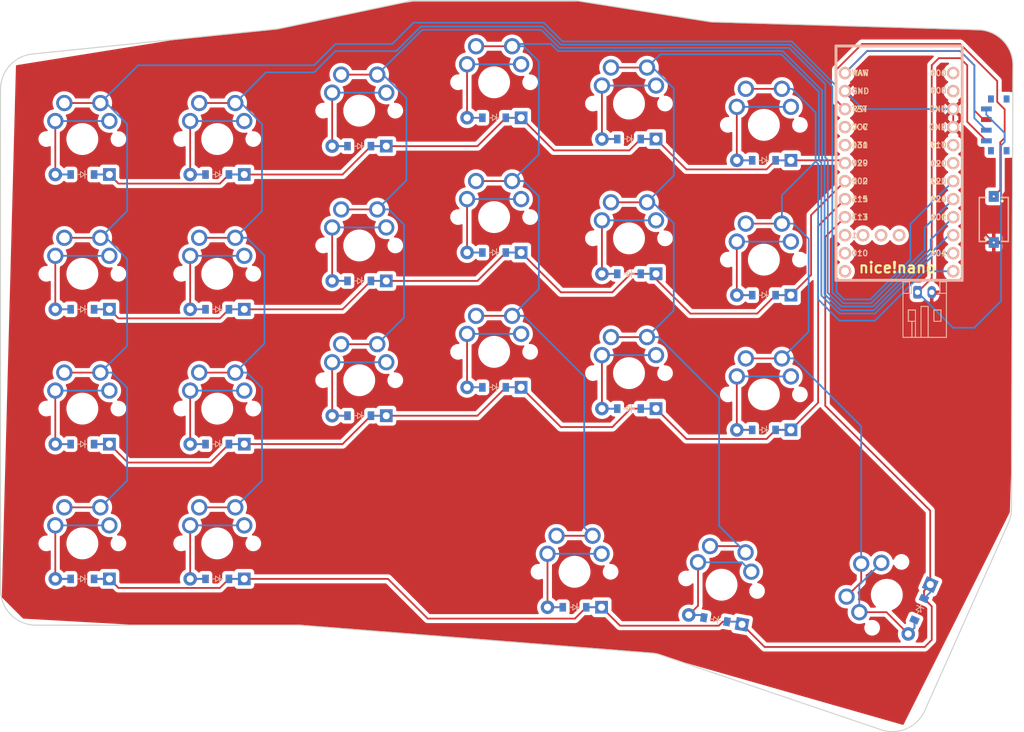
<source format=kicad_pcb>
(kicad_pcb (version 20241229) (generator "pcbnew") (generator_version "9.0")
  (title_block (title "experiment") (rev "v1.0.0") (company "Unknown"))
  (layers (0 "F.Cu" signal) (2 "B.Cu" signal) (13 "F.Paste" user) (15 "B.Paste" user) (5 "F.SilkS" user "F.Silkscreen") (7 "B.SilkS" user "B.Silkscreen") (1 "F.Mask" user) (3 "B.Mask" user) (25 "Edge.Cuts" user))
  (net 0 "")
  (net 1 "P022")
  (net 2 "pinkyfar_mod")
  (net 3 "pinkyfar_low")
  (net 4 "pinkyfar_home")
  (net 5 "pinkyfar_top")
  (net 6 "P024")
  (net 7 "pinky_mod")
  (net 8 "pinky_low")
  (net 9 "pinky_home")
  (net 10 "pinky_top")
  (net 11 "P100")
  (net 12 "ring_low")
  (net 13 "ring_home")
  (net 14 "ring_top")
  (net 15 "P011")
  (net 16 "middle_low")
  (net 17 "middle_home")
  (net 18 "middle_top")
  (net 19 "P104")
  (net 20 "index_low")
  (net 21 "index_home")
  (net 22 "index_top")
  (net 23 "P106")
  (net 24 "indexfar_low")
  (net 25 "indexfar_home")
  (net 26 "indexfar_top")
  (net 27 "layer2_layerkey")
  (net 28 "layer1_layerkey")
  (net 29 "space_layerkey")
  (net 30 "RAW")
  (net 31 "GND")
  (net 32 "RST")
  (net 33 "VCC")
  (net 34 "P031")
  (net 35 "P029")
  (net 36 "P002")
  (net 37 "P115")
  (net 38 "P113")
  (net 39 "P111")
  (net 40 "P010")
  (net 41 "P009")
  (net 42 "P006")
  (net 43 "P008")
  (net 44 "P017")
  (net 45 "P020")
  (net 46 "P101")
  (net 47 "P102")
  (net 48 "P107")
  (net 49 "pos")
  (footprint "MX" (layer "F.Cu") (at 133.35 114.4)
    (property "Reference" "S3" (hide yes))
    (property "Value" "" (hide yes))
  )
  (footprint "MX" (layer "F.Cu") (at 152.35 114.4)
    (property "Reference" "S7" (hide yes))
    (property "Value" "" (hide yes))
  )
  (footprint "MX" (layer "F.Cu") (at 191.3525 106.4)
    (property "Reference" "S13" (hide yes))
    (property "Value" "" (hide yes))
  )
  (footprint "ComboDiode" (layer "F.Cu") (at 229.3525 98.4 180)
    (property "Reference" "D20" (hide yes))
    (property "Value" "" (hide yes))
  )
  (footprint "ComboDiode" (layer "F.Cu") (at 152.35 157.4 180)
    (property "Reference" "D5" (hide yes))
    (property "Value" "" (hide yes))
  )
  (footprint "MX" (layer "F.Cu") (at 191.3525 125.4)
    (property "Reference" "S12" (hide yes))
    (property "Value" "" (hide yes))
  )
  (footprint "ComboDiode" (layer "F.Cu") (at 172.3525 115.4 180)
    (property "Reference" "D10" (hide yes))
    (property "Value" "" (hide yes))
  )
  (footprint "ComboDiode" (layer "F.Cu") (at 152.35 100.4 180)
    (property "Reference" "D8" (hide yes))
    (property "Value" "" (hide yes))
  )
  (footprint "Button_Switch_SMD:SW_SPDT_PCM12" (layer "F.Cu") (at 262.1185 93.4 90)
    (property "Reference" "T1" (hide yes))
    (property "Value" "" (hide yes))
  )
  (footprint "MX" (layer "F.Cu") (at 229.3525 112.4)
    (property "Reference" "S19" (hide yes))
    (property "Value" "" (hide yes))
  )
  (footprint "ComboDiode" (layer "F.Cu") (at 210.3525 95.4 180)
    (property "Reference" "D17" (hide yes))
    (property "Value" "" (hide yes))
  )
  (footprint "MX" (layer "F.Cu") (at 133.35 152.4)
    (property "Reference" "S1" (hide yes))
    (property "Value" "" (hide yes))
  )
  (footprint "MX" (layer "F.Cu") (at 210.3525 90.4)
    (property "Reference" "S17" (hide yes))
    (property "Value" "" (hide yes))
  )
  (footprint "MX" (layer "F.Cu") (at 172.3525 91.4)
    (property "Reference" "S11" (hide yes))
    (property "Value" "" (hide yes))
  )
  (footprint "ComboDiode" (layer "F.Cu") (at 133.35 100.4 180)
    (property "Reference" "D4" (hide yes))
    (property "Value" "" (hide yes))
  )
  (footprint "ComboDiode" (layer "F.Cu") (at 191.3525 130.4 180)
    (property "Reference" "D12" (hide yes))
    (property "Value" "" (hide yes))
  )
  (footprint "MX" (layer "F.Cu") (at 210.3525 109.4)
    (property "Reference" "S16" (hide yes))
    (property "Value" "" (hide yes))
  )
  (footprint "MX" (layer "F.Cu") (at 202.6825 156.4)
    (property "Reference" "S21" (hide yes))
    (property "Value" "" (hide yes))
  )
  (footprint "ComboDiode" (layer "F.Cu") (at 210.3525 133.4 180)
    (property "Reference" "D15" (hide yes))
    (property "Value" "" (hide yes))
  )
  (footprint "MX" (layer "F.Cu") (at 229.3525 93.4)
    (property "Reference" "S20" (hide yes))
    (property "Value" "" (hide yes))
  )
  (footprint "ComboDiode" (layer "F.Cu") (at 229.3525 136.4 180)
    (property "Reference" "D18" (hide yes))
    (property "Value" "" (hide yes))
  )
  (footprint "ComboDiode" (layer "F.Cu") (at 172.3525 96.4 180)
    (property "Reference" "D11" (hide yes))
    (property "Value" "" (hide yes))
  )
  (footprint "Connector_JST:JST_PH_S2B-PH-K_1x02_P2.00mm_Horizontal" (layer "F.Cu") (at 251 117)
    (property "Reference" "_1" (hide yes))
    (property "Value" "" (hide yes))
  )
  (footprint "ComboDiode" (layer "F.Cu") (at 191.3525 111.4 180)
    (property "Reference" "D13" (hide yes))
    (property "Value" "" (hide yes))
  )
  (footprint "ComboDiode" (layer "F.Cu") (at 229.3525 117.4 180)
    (property "Reference" "D19" (hide yes))
    (property "Value" "" (hide yes))
  )
  (footprint "ComboDiode" (layer "F.Cu") (at 133.35 119.4 180)
    (property "Reference" "D3" (hide yes))
    (property "Value" "" (hide yes))
  )
  (footprint "ComboDiode" (layer "F.Cu") (at 191.3525 92.4 180)
    (property "Reference" "D14" (hide yes))
    (property "Value" "" (hide yes))
  )
  (footprint "ComboDiode" (layer "F.Cu") (at 222.523402 163.148547 170)
    (property "Reference" "D22" (hide yes))
    (property "Value" "" (hide yes))
  )
  (footprint "ComboDiode" (layer "F.Cu") (at 172.3525 134.4 180)
    (property "Reference" "D9" (hide yes))
    (property "Value" "" (hide yes))
  )
  (footprint "ComboDiode" (layer "F.Cu") (at 133.35 138.4 180)
    (property "Reference" "D2" (hide yes))
    (property "Value" "" (hide yes))
  )
  (footprint "MX" (layer "F.Cu") (at 152.35 152.4)
    (property "Reference" "S5" (hide yes))
    (property "Value" "" (hide yes))
  )
  (footprint "ComboDiode" (layer "F.Cu") (at 210.3525 114.4 180)
    (property "Reference" "D16" (hide yes))
    (property "Value" "" (hide yes))
  )
  (footprint "MX" (layer "F.Cu") (at 133.35 133.4)
    (property "Reference" "S2" (hide yes))
    (property "Value" "" (hide yes))
  )
  (footprint "ComboDiode" (layer "F.Cu") (at 152.35 119.4 180)
    (property "Reference" "D7" (hide yes))
    (property "Value" "" (hide yes))
  )
  (footprint "MX" (layer "F.Cu") (at 152.35 133.4)
    (property "Reference" "S6" (hide yes))
    (property "Value" "" (hide yes))
  )
  (footprint "MX" (layer "F.Cu") (at 172.3525 110.4)
    (property "Reference" "S10" (hide yes))
    (property "Value" "" (hide yes))
  )
  (footprint "MX" (layer "F.Cu") (at 229.3525 131.4)
    (property "Reference" "S18" (hide yes))
    (property "Value" "" (hide yes))
  )
  (footprint "MX" (layer "F.Cu") (at 210.3525 128.4)
    (property "Reference" "S15" (hide yes))
    (property "Value" "" (hide yes))
  )
  (footprint "ComboDiode" (layer "F.Cu") (at 202.6825 161.4 180)
    (property "Reference" "D21" (hide yes))
    (property "Value" "" (hide yes))
  )
  (footprint "434121025816" (layer "F.Cu") (at 261.7375 106.735 -90)
    (property "Reference" "S24" (hide yes))
    (property "Value" "" (hide yes))
  )
  (footprint "ComboDiode" (layer "F.Cu") (at 133.35 157.4 180)
    (property "Reference" "D1" (hide yes))
    (property "Value" "" (hide yes))
  )
  (footprint "ComboDiode" (layer "F.Cu") (at 152.35 138.4 180)
    (property "Reference" "D6" (hide yes))
    (property "Value" "" (hide yes))
  )
  (footprint "MX" (layer "F.Cu") (at 246.672275 159.648597 66)
    (property "Reference" "S23" (hide yes))
    (property "Value" "" (hide yes))
  )
  (footprint "MX" (layer "F.Cu") (at 133.35 95.4)
    (property "Reference" "S4" (hide yes))
    (property "Value" "" (hide yes))
  )
  (footprint "MX" (layer "F.Cu") (at 223.391643 158.224508 -10)
    (property "Reference" "S22" (hide yes))
    (property "Value" "" (hide yes))
  )
  (footprint "nice_nano" (layer "F.Cu") (at 248.4025 100.0675 -90)
    (property "Reference" "MCU1" (hide yes))
    (property "Value" "nice_nano" (hide yes))
  )
  (footprint "MX" (layer "F.Cu") (at 191.3525 87.4)
    (property "Reference" "S14" (hide yes))
    (property "Value" "" (hide yes))
  )
  (footprint "MX" (layer "F.Cu") (at 172.3525 129.4)
    (property "Reference" "S9" (hide yes))
    (property "Value" "" (hide yes))
  )
  (footprint "MX" (layer "F.Cu") (at 152.35 95.4)
    (property "Reference" "S8" (hide yes))
    (property "Value" "" (hide yes))
  )
  (footprint "ComboDiode" (layer "F.Cu") (at 251.240002 161.68228 -114)
    (property "Reference" "D23" (hide yes))
    (property "Value" "" (hide yes))
  )
  (gr_arc (start 126.825 163.925) (mid 123.289466 162.460534) (end 121.825 158.925) (stroke (width 0.15)) (layer "Edge.Cuts"))
  (gr_line (start 180.34811 75.875) (end 202.485193 75.875) (stroke (width 0.15)) (layer "Edge.Cuts"))
  (gr_arc (start 259.793305 80.000001) (mid 263.247641 81.738128) (end 264.436795 85.417724) (stroke (width 0.15)) (layer "Edge.Cuts"))
  (gr_arc (start 252.024656 175.962241) (mid 249.46086 178.509416) (end 245.850118 178.66334) (stroke (width 0.15)) (layer "Edge.Cuts"))
  (gr_line (start 222.092757 78.890166) (end 259.793305 80) (stroke (width 0.15)) (layer "Edge.Cuts"))
  (gr_arc (start 202.485193 75.875) (mid 202.876298 75.89032) (end 203.265006 75.936185) (stroke (width 0.15)) (layer "Edge.Cuts"))
  (gr_line (start 213.586608 167.875657) (end 164.072742 163.940715) (stroke (width 0.15)) (layer "Edge.Cuts"))
  (gr_line (start 203.265006 75.936185) (end 221.66435 78.841345) (stroke (width 0.15)) (layer "Edge.Cuts"))
  (gr_arc (start 121.825 88.388439) (mid 123.113494 85.038108) (end 126.314888 83.414528) (stroke (width 0.15)) (layer "Edge.Cuts"))
  (gr_arc (start 163.676634 163.925) (mid 163.874844 163.92893) (end 164.072742 163.940715) (stroke (width 0.15)) (layer "Edge.Cuts"))
  (gr_arc (start 161.085332 79.820719) (mid 160.82643 79.868145) (end 160.565392 79.901881) (stroke (width 0.15)) (layer "Edge.Cuts"))
  (gr_line (start 126.314888 83.414528) (end 160.565392 79.901881) (stroke (width 0.15)) (layer "Edge.Cuts"))
  (gr_arc (start 213.586608 167.875657) (mid 214.199699 167.962849) (end 214.79731 168.12516) (stroke (width 0.15)) (layer "Edge.Cuts"))
  (gr_arc (start 179.318058 75.982251) (mid 179.8303 75.901885) (end 180.34811 75.875) (stroke (width 0.15)) (layer "Edge.Cuts"))
  (gr_line (start 263.803664 149.506156) (end 252.024656 175.962241) (stroke (width 0.15)) (layer "Edge.Cuts"))
  (gr_arc (start 222.092757 78.890166) (mid 221.878027 78.870376) (end 221.66435 78.841345) (stroke (width 0.15)) (layer "Edge.Cuts"))
  (gr_line (start 161.085332 79.82072) (end 179.318057 75.982251) (stroke (width 0.15)) (layer "Edge.Cuts"))
  (gr_line (start 264.436795 85.417727) (end 264.235908 147.48937) (stroke (width 0.15)) (layer "Edge.Cuts"))
  (gr_line (start 245.850118 178.66334) (end 214.79731 168.12516) (stroke (width 0.15)) (layer "Edge.Cuts"))
  (gr_line (start 163.676634 163.925) (end 126.825 163.925) (stroke (width 0.15)) (layer "Edge.Cuts"))
  (gr_line (start 121.825 158.925) (end 121.825 88.388439) (stroke (width 0.15)) (layer "Edge.Cuts"))
  (gr_arc (start 264.235908 147.48937) (mid 264.124911 148.520294) (end 263.803664 149.506156) (stroke (width 0.15)) (layer "Edge.Cuts"))
  (segment (start 130.81 109.32) (end 135.89 109.32) (width 0.25) (layer "F.Cu") (net 1))
  (segment (start 130.81 128.32) (end 135.89 128.32) (width 0.25) (layer "F.Cu") (net 1))
  (segment (start 130.81 147.32) (end 135.89 147.32) (width 0.25) (layer "F.Cu") (net 1))
  (segment (start 130.81 90.32) (end 135.89 90.32) (width 0.25) (layer "F.Cu") (net 1))
  (segment (start 136.69748 90.32) (end 139.6569 93.27942) (width 0.25) (layer "B.Cu") (net 1))
  (segment (start 244.36219 118) (end 250 112.36219) (width 0.25) (layer "B.Cu") (net 1))
  (segment (start 137.506446 128.32) (end 139.6569 130.470454) (width 0.25) (layer "B.Cu") (net 1))
  (segment (start 136.69748 109.32) (end 139.6569 112.27942) (width 0.25) (layer "B.Cu") (net 1))
  (segment (start 250 112.36219) (end 250 107.36) (width 0.25) (layer "B.Cu") (net 1))
  (segment (start 250 107.36) (end 256.0225 101.3375) (width 0.25) (layer "B.Cu") (net 1))
  (segment (start 240.63781 118) (end 244.36219 118) (width 0.25) (layer "B.Cu") (net 1))
  (segment (start 139.6569 112.27942) (end 139.6569 124.5531) (width 0.25) (layer "B.Cu") (net 1))
  (segment (start 180 79) (end 198.353 79) (width 0.25) (layer "B.Cu") (net 1))
  (segment (start 139.6569 124.5531) (end 135.89 128.32) (width 0.25) (layer "B.Cu") (net 1))
  (segment (start 135.89 90.32) (end 136.69748 90.32) (width 0.25) (layer "B.Cu") (net 1))
  (segment (start 239.5802 116.94239) (end 240.63781 118) (width 0.25) (layer "B.Cu") (net 1))
  (segment (start 198.353 79) (end 201 81.647) (width 0.25) (layer "B.Cu") (net 1))
  (segment (start 135.89 90.32) (end 141.21 85) (width 0.25) (layer "B.Cu") (net 1))
  (segment (start 177 82) (end 180 79) (width 0.25) (layer "B.Cu") (net 1))
  (segment (start 166 85) (end 169 82) (width 0.25) (layer "B.Cu") (net 1))
  (segment (start 139.6569 93.27942) (end 139.6569 105.5531) (width 0.25) (layer "B.Cu") (net 1))
  (segment (start 139.6569 105.5531) (end 135.89 109.32) (width 0.25) (layer "B.Cu") (net 1))
  (segment (start 201 81.647) (end 233.28481 81.647) (width 0.25) (layer "B.Cu") (net 1))
  (segment (start 169 82) (end 177 82) (width 0.25) (layer "B.Cu") (net 1))
  (segment (start 141.21 85) (end 166 85) (width 0.25) (layer "B.Cu") (net 1))
  (segment (start 239.5802 87.94239) (end 239.5802 116.94239) (width 0.25) (layer "B.Cu") (net 1))
  (segment (start 135.89 128.32) (end 137.506446 128.32) (width 0.25) (layer "B.Cu") (net 1))
  (segment (start 139.6569 130.470454) (end 139.6569 143.5531) (width 0.25) (layer "B.Cu") (net 1))
  (segment (start 139.6569 143.5531) (end 135.89 147.32) (width 0.25) (layer "B.Cu") (net 1))
  (segment (start 135.89 109.32) (end 136.69748 109.32) (width 0.25) (layer "B.Cu") (net 1))
  (segment (start 233.28481 81.647) (end 239.5802 87.94239) (width 0.25) (layer "B.Cu") (net 1))
  (segment (start 129.54 149.86) (end 129.54 157.4) (width 0.25) (layer "F.Cu") (net 2))
  (segment (start 129.54 157.4) (end 131.7 157.4) (width 0.25) (layer "F.Cu") (net 2))
  (segment (start 129.54 149.86) (end 137.16 149.86) (width 0.25) (layer "B.Cu") (net 2))
  (segment (start 129.54 157.4) (end 131.7 157.4) (width 0.25) (layer "B.Cu") (net 2))
  (segment (start 129.54 138.4) (end 131.7 138.4) (width 0.25) (layer "F.Cu") (net 3))
  (segment (start 129.54 130.86) (end 129.54 138.4) (width 0.25) (layer "F.Cu") (net 3))
  (segment (start 137.16 130.86) (end 129.54 130.86) (width 0.25) (layer "B.Cu") (net 3))
  (segment (start 129.54 138.4) (end 131.7 138.4) (width 0.25) (layer "B.Cu") (net 3))
  (segment (start 129.54 119.4) (end 131.7 119.4) (width 0.25) (layer "F.Cu") (net 4))
  (segment (start 129.54 111.86) (end 129.54 119.4) (width 0.25) (layer "F.Cu") (net 4))
  (segment (start 129.54 111.86) (end 137.16 111.86) (width 0.25) (layer "B.Cu") (net 4))
  (segment (start 131.7 119.4) (end 129.54 119.4) (width 0.25) (layer "B.Cu") (net 4))
  (segment (start 129.54 92.86) (end 129.54 100.4) (width 0.25) (layer "F.Cu") (net 5))
  (segment (start 129.54 100.4) (end 131.7 100.4) (width 0.25) (layer "F.Cu") (net 5))
  (segment (start 129.54 100.4) (end 131.7 100.4) (width 0.25) (layer "B.Cu") (net 5))
  (segment (start 129.54 92.86) (end 137.16 92.86) (width 0.25) (layer "B.Cu") (net 5))
  (segment (start 154.89 128.32) (end 149.81 128.32) (width 0.25) (layer "F.Cu") (net 6))
  (segment (start 149.81 90.32) (end 154.89 90.32) (width 0.25) (layer "F.Cu") (net 6))
  (segment (start 149.81 109.32) (end 154.89 109.32) (width 0.25) (layer "F.Cu") (net 6))
  (segment (start 149.81 147.32) (end 154.89 147.32) (width 0.25) (layer "F.Cu") (net 6))
  (segment (start 244.451 118.549) (end 252 111) (width 0.25) (layer "B.Cu") (net 6))
  (segment (start 154.89 90.32) (end 159.21 86) (width 0.25) (layer "B.Cu") (net 6))
  (segment (start 252 107.9) (end 256.0225 103.8775) (width 0.25) (layer "B.Cu") (net 6))
  (segment (start 155.69748 90.32) (end 158.6569 93.27942) (width 0.25) (layer "B.Cu") (net 6))
  (segment (start 158.6569 143.5531) (end 154.89 147.32) (width 0.25) (layer "B.Cu") (net 6))
  (segment (start 154.89 90.32) (end 155.69748 90.32) (width 0.25) (layer "B.Cu") (net 6))
  (segment (start 177.57469 83) (end 181.02569 79.549) (width 0.25) (layer "B.Cu") (net 6))
  (segment (start 233.098 82.098) (end 239 88) (width 0.25) (layer "B.Cu") (net 6))
  (segment (start 166 86) (end 169 83) (width 0.25) (layer "B.Cu") (net 6))
  (segment (start 200.73581 82.098) (end 233.098 82.098) (width 0.25) (layer "B.Cu") (net 6))
  (segment (start 154.89 128.32) (end 156.506446 128.32) (width 0.25) (layer "B.Cu") (net 6))
  (segment (start 198.18681 79.549) (end 200.73581 82.098) (width 0.25) (layer "B.Cu") (net 6))
  (segment (start 159 124.21) (end 154.89 128.32) (width 0.25) (layer "B.Cu") (net 6))
  (segment (start 158.6569 93.27942) (end 158.6569 105.5531) (width 0.25) (layer "B.Cu") (net 6))
  (segment (start 159.21 86) (end 166 86) (width 0.25) (layer "B.Cu") (net 6))
  (segment (start 156.506446 109.32) (end 159 111.813554) (width 0.25) (layer "B.Cu") (net 6))
  (segment (start 181.02569 79.549) (end 198.18681 79.549) (width 0.25) (layer "B.Cu") (net 6))
  (segment (start 169 83) (end 177.57469 83) (width 0.25) (layer "B.Cu") (net 6))
  (segment (start 154.89 109.32) (end 156.506446 109.32) (width 0.25) (layer "B.Cu") (net 6))
  (segment (start 159 111.813554) (end 159 124.21) (width 0.25) (layer "B.Cu") (net 6))
  (segment (start 156.506446 128.32) (end 158.6569 130.470454) (width 0.25) (layer "B.Cu") (net 6))
  (segment (start 158.6569 130.470454) (end 158.6569 143.5531) (width 0.25) (layer "B.Cu") (net 6))
  (segment (start 252 111) (end 252 107.9) (width 0.25) (layer "B.Cu") (net 6))
  (segment (start 158.6569 105.5531) (end 154.89 109.32) (width 0.25) (layer "B.Cu") (net 6))
  (segment (start 239 88) (end 239 117) (width 0.25) (layer "B.Cu") (net 6))
  (segment (start 239 117) (end 240.549 118.549) (width 0.25) (layer "B.Cu") (net 6))
  (segment (start 240.549 118.549) (end 244.451 118.549) (width 0.25) (layer "B.Cu") (net 6))
  (segment (start 148.54 157.4) (end 150.7 157.4) (width 0.25) (layer "F.Cu") (net 7))
  (segment (start 148.54 149.86) (end 148.54 157.4) (width 0.25) (layer "F.Cu") (net 7))
  (segment (start 156.16 149.86) (end 148.54 149.86) (width 0.25) (layer "B.Cu") (net 7))
  (segment (start 148.54 157.4) (end 150.7 157.4) (width 0.25) (layer "B.Cu") (net 7))
  (segment (start 148.54 130.86) (end 148.54 138.4) (width 0.25) (layer "F.Cu") (net 8))
  (segment (start 148.54 138.4) (end 150.7 138.4) (width 0.25) (layer "F.Cu") (net 8))
  (segment (start 148.54 138.4) (end 150.7 138.4) (width 0.25) (layer "B.Cu") (net 8))
  (segment (start 148.54 130.86) (end 156.16 130.86) (width 0.25) (layer "B.Cu") (net 8))
  (segment (start 148.54 119.4) (end 150.7 119.4) (width 0.25) (layer "F.Cu") (net 9))
  (segment (start 148.54 111.86) (end 148.54 119.4) (width 0.25) (layer "F.Cu") (net 9))
  (segment (start 148.54 119.4) (end 150.7 119.4) (width 0.25) (layer "B.Cu") (net 9))
  (segment (start 148.54 111.86) (end 156.16 111.86) (width 0.25) (layer "B.Cu") (net 9))
  (segment (start 148.54 92.86) (end 148.54 100.4) (width 0.25) (layer "F.Cu") (net 10))
  (segment (start 148.54 100.4) (end 150.7 100.4) (width 0.25) (layer "F.Cu") (net 10))
  (segment (start 148.54 100.4) (end 150.7 100.4) (width 0.25) (layer "B.Cu") (net 10))
  (segment (start 148.54 92.86) (end 156.16 92.86) (width 0.25) (layer "B.Cu") (net 10))
  (segment (start 169.8125 124.32) (end 174.8925 124.32) (width 0.25) (layer "F.Cu") (net 11))
  (segment (start 169.8125 86.32) (end 174.8925 86.32) (width 0.25) (layer "F.Cu") (net 11))
  (segment (start 169.8125 105.32) (end 174.8925 105.32) (width 0.25) (layer "F.Cu") (net 11))
  (segment (start 238.353 117.07738) (end 240.27562 119) (width 0.25) (layer "B.Cu") (net 11))
  (segment (start 174.8925 105.32) (end 176.508946 105.32) (width 0.25) (layer "B.Cu") (net 11))
  (segment (start 174.8925 86.32) (end 181.2125 80) (width 0.25) (layer "B.Cu") (net 11))
  (segment (start 175.69998 86.32) (end 179 89.62002) (width 0.25) (layer "B.Cu") (net 11))
  (segment (start 179 89.62002) (end 179 101.2125) (width 0.25) (layer "B.Cu") (net 11))
  (segment (start 252.86219 110.86219) (end 252.86219 109.57781) (width 0.25) (layer "B.Cu") (net 11))
  (segment (start 178.6594 107.470454) (end 178.6594 120.5531) (width 0.25) (layer "B.Cu") (net 11))
  (segment (start 240.27562 119) (end 244.72438 119) (width 0.25) (layer "B.Cu") (net 11))
  (segment (start 181.2125 80) (end 198 80) (width 0.25) (layer "B.Cu") (net 11))
  (segment (start 238 87.63781) (end 238 98) (width 0.25) (layer "B.Cu") (net 11))
  (segment (start 238 98) (end 238.353 98.353) (width 0.25) (layer "B.Cu") (net 11))
  (segment (start 244.72438 119) (end 252.86219 110.86219) (width 0.25) (layer "B.Cu") (net 11))
  (segment (start 252.86219 109.57781) (end 256.0225 106.4175) (width 0.25) (layer "B.Cu") (net 11))
  (segment (start 176.508946 105.32) (end 178.6594 107.470454) (width 0.25) (layer "B.Cu") (net 11))
  (segment (start 198 80) (end 200.549 82.549) (width 0.25) (layer "B.Cu") (net 11))
  (segment (start 200.549 82.549) (end 232.91119 82.549) (width 0.25) (layer "B.Cu") (net 11))
  (segment (start 179 101.2125) (end 174.8925 105.32) (width 0.25) (layer "B.Cu") (net 11))
  (segment (start 174.8925 86.32) (end 175.69998 86.32) (width 0.25) (layer "B.Cu") (net 11))
  (segment (start 178.6594 120.5531) (end 174.8925 124.32) (width 0.25) (layer "B.Cu") (net 11))
  (segment (start 232.91119 82.549) (end 238 87.63781) (width 0.25) (layer "B.Cu") (net 11))
  (segment (start 238.353 98.353) (end 238.353 117.07738) (width 0.25) (layer "B.Cu") (net 11))
  (segment (start 168.5425 126.86) (end 168.5425 134.4) (width 0.25) (layer "F.Cu") (net 12))
  (segment (start 168.5425 134.4) (end 170.7025 134.4) (width 0.25) (layer "F.Cu") (net 12))
  (segment (start 176.1625 126.86) (end 168.5425 126.86) (width 0.25) (layer "B.Cu") (net 12))
  (segment (start 168.5425 134.4) (end 170.7025 134.4) (width 0.25) (layer "B.Cu") (net 12))
  (segment (start 168.5425 107.86) (end 168.5425 115.4) (width 0.25) (layer "F.Cu") (net 13))
  (segment (start 168.5425 115.4) (end 170.7025 115.4) (width 0.25) (layer "F.Cu") (net 13))
  (segment (start 176.1625 107.86) (end 168.5425 107.86) (width 0.25) (layer "B.Cu") (net 13))
  (segment (start 168.5425 115.4) (end 170.7025 115.4) (width 0.25) (layer "B.Cu") (net 13))
  (segment (start 168.5425 96.4) (end 170.7025 96.4) (width 0.25) (layer "F.Cu") (net 14))
  (segment (start 168.5425 88.86) (end 168.5425 96.4) (width 0.25) (layer "F.Cu") (net 14))
  (segment (start 168.5425 88.86) (end 176.1625 88.86) (width 0.25) (layer "B.Cu") (net 14))
  (segment (start 170.7025 96.4) (end 168.5425 96.4) (width 0.25) (layer "B.Cu") (net 14))
  (segment (start 188.8125 82.32) (end 193.8925 82.32) (width 0.25) (layer "F.Cu") (net 15))
  (segment (start 200.1425 151.32) (end 205.2225 151.32) (width 0.25) (layer "F.Cu") (net 15))
  (segment (start 188.8125 101.32) (end 193.8925 101.32) (width 0.25) (layer "F.Cu") (net 15))
  (segment (start 188.8125 120.32) (end 193.8925 120.32) (width 0.25) (layer "F.Cu") (net 15))
  (segment (start 244.81319 119.549) (end 255.40469 108.9575) (width 0.25) (layer "B.Cu") (net 15))
  (segment (start 237.549 88.549) (end 237.549 98.18681) (width 0.25) (layer "B.Cu") (net 15))
  (segment (start 204.0456 128.856654) (end 204.0456 150.1431) (width 0.25) (layer "B.Cu") (net 15))
  (segment (start 237.902 98.53981) (end 237.902 117.26419) (width 0.25) (layer "B.Cu") (net 15))
  (segment (start 199.36219 82) (end 200.36219 83) (width 0.25) (layer "B.Cu") (net 15))
  (segment (start 195.508946 120.32) (end 204.0456 128.856654) (width 0.25) (layer "B.Cu") (net 15))
  (segment (start 197.6594 84.470454) (end 197.6594 97.5531) (width 0.25) (layer "B.Cu") (net 15))
  (segment (start 197.6594 97.5531) (end 193.8925 101.32) (width 0.25) (layer "B.Cu") (net 15))
  (segment (start 194.2125 82) (end 199.36219 82) (width 0.25) (layer "B.Cu") (net 15))
  (segment (start 232 83) (end 237.549 88.549) (width 0.25) (layer "B.Cu") (net 15))
  (segment (start 197.6594 103.470454) (end 197.6594 116.5531) (width 0.25) (layer "B.Cu") (net 15))
  (segment (start 193.8925 82.32) (end 194.2125 82) (width 0.25) (layer "B.Cu") (net 15))
  (segment (start 193.8925 101.32) (end 195.508946 101.32) (width 0.25) (layer "B.Cu") (net 15))
  (segment (start 193.8925 82.32) (end 195.508946 82.32) (width 0.25) (layer "B.Cu") (net 15))
  (segment (start 195.508946 101.32) (end 197.6594 103.470454) (width 0.25) (layer "B.Cu") (net 15))
  (segment (start 255.40469 108.9575) (end 256.0225 108.9575) (width 0.25) (layer "B.Cu") (net 15))
  (segment (start 240.18681 119.549) (end 244.81319 119.549) (width 0.25) (layer "B.Cu") (net 15))
  (segment (start 195.508946 82.32) (end 197.6594 84.470454) (width 0.25) (layer "B.Cu") (net 15))
  (segment (start 237.549 98.18681) (end 237.902 98.53981) (width 0.25) (layer "B.Cu") (net 15))
  (segment (start 200.36219 83) (end 232 83) (width 0.25) (layer "B.Cu") (net 15))
  (segment (start 193.8925 120.32) (end 195.508946 120.32) (width 0.25) (layer "B.Cu") (net 15))
  (segment (start 204.0456 150.1431) (end 205.2225 151.32) (width 0.25) (layer "B.Cu") (net 15))
  (segment (start 197.6594 116.5531) (end 193.8925 120.32) (width 0.25) (layer "B.Cu") (net 15))
  (segment (start 237.902 117.26419) (end 240.18681 119.549) (width 0.25) (layer "B.Cu") (net 15))
  (segment (start 187.5425 122.86) (end 187.5425 130.4) (width 0.25) (layer "F.Cu") (net 16))
  (segment (start 187.5425 130.4) (end 189.7025 130.4) (width 0.25) (layer "F.Cu") (net 16))
  (segment (start 187.5425 122.86) (end 195.1625 122.86) (width 0.25) (layer "B.Cu") (net 16))
  (segment (start 187.5425 130.4) (end 189.7025 130.4) (width 0.25) (layer "B.Cu") (net 16))
  (segment (start 187.5425 103.86) (end 187.5425 111.4) (width 0.25) (layer "F.Cu") (net 17))
  (segment (start 187.5425 111.4) (end 189.7025 111.4) (width 0.25) (layer "F.Cu") (net 17))
  (segment (start 187.5425 111.4) (end 189.7025 111.4) (width 0.25) (layer "B.Cu") (net 17))
  (segment (start 187.5425 103.86) (end 195.1625 103.86) (width 0.25) (layer "B.Cu") (net 17))
  (segment (start 187.5425 92.4) (end 189.7025 92.4) (width 0.25) (layer "F.Cu") (net 18))
  (segment (start 187.5425 92.4) (end 187.5425 84.86) (width 0.25) (layer "F.Cu") (net 18))
  (segment (start 187.5425 92.4) (end 189.7025 92.4) (width 0.25) (layer "B.Cu") (net 18))
  (segment (start 187.5425 84.86) (end 195.1625 84.86) (width 0.25) (layer "B.Cu") (net 18))
  (segment (start 207.8125 85.32) (end 212.8925 85.32) (width 0.25) (layer "F.Cu") (net 19))
  (segment (start 207.8125 104.32) (end 212.8925 104.32) (width 0.25) (layer "F.Cu") (net 19))
  (segment (start 225.893054 152.780618) (end 226.775187 153.662751) (width 0.25) (layer "F.Cu") (net 19))
  (segment (start 207.8125 123.32) (end 212.8925 123.32) (width 0.25) (layer "F.Cu") (net 19))
  (segment (start 221.772364 152.780618) (end 225.893054 152.780618) (width 0.25) (layer "F.Cu") (net 19))
  (segment (start 237.451 98.72662) (end 237.451 117.451) (width 0.25) (layer "B.Cu") (net 19))
  (segment (start 214.7615 83.451) (end 231.81319 83.451) (width 0.25) (layer "B.Cu") (net 19))
  (segment (start 223.0456 131.856654) (end 223.0456 149.933164) (width 0.25) (layer "B.Cu") (net 19))
  (segment (start 253.5025 111.4975) (end 256.0225 111.4975) (width 0.25) (layer "B.Cu") (net 19))
  (segment (start 212.8925 85.32) (end 213.69998 85.32) (width 0.25) (layer "B.Cu") (net 19))
  (segment (start 214.508946 123.32) (end 223.0456 131.856654) (width 0.25) (layer "B.Cu") (net 19))
  (segment (start 245 120) (end 253.5025 111.4975) (width 0.25) (layer "B.Cu") (net 19))
  (segment (start 212.8925 104.32) (end 213.69998 104.32) (width 0.25) (layer "B.Cu") (net 19))
  (segment (start 213.69998 104.32) (end 216.6594 107.27942) (width 0.25) (layer "B.Cu") (net 19))
  (segment (start 213.69998 85.32) (end 216.6594 88.27942) (width 0.25) (layer "B.Cu") (net 19))
  (segment (start 212.8925 123.32) (end 214.508946 123.32) (width 0.25) (layer "B.Cu") (net 19))
  (segment (start 216.6594 88.27942) (end 216.6594 100.5531) (width 0.25) (layer "B.Cu") (net 19))
  (segment (start 216.6594 107.27942) (end 216.6594 119.5531) (width 0.25) (layer "B.Cu") (net 19))
  (segment (start 223.0456 149.933164) (end 226.775187 153.662751) (width 0.25) (layer "B.Cu") (net 19))
  (segment (start 237.451 117.451) (end 240 120) (width 0.25) (layer "B.Cu") (net 19))
  (segment (start 237.098 98.37362) (end 237.451 98.72662) (width 0.25) (layer "B.Cu") (net 19))
  (segment (start 231.81319 83.451) (end 237.098 88.73581) (width 0.25) (layer "B.Cu") (net 19))
  (segment (start 237.098 88.73581) (end 237.098 98.37362) (width 0.25) (layer "B.Cu") (net 19))
  (segment (start 216.6594 100.5531) (end 212.8925 104.32) (width 0.25) (layer "B.Cu") (net 19))
  (segment (start 212.8925 85.32) (end 214.7615 83.451) (width 0.25) (layer "B.Cu") (net 19))
  (segment (start 216.6594 119.5531) (end 212.8925 123.32) (width 0.25) (layer "B.Cu") (net 19))
  (segment (start 240 120) (end 245 120) (width 0.25) (layer "B.Cu") (net 19))
  (segment (start 206.5425 125.86) (end 206.5425 133.4) (width 0.25) (layer "F.Cu") (net 20))
  (segment (start 208.7025 133.4) (end 206.5425 133.4) (width 0.25) (layer "F.Cu") (net 20))
  (segment (start 206.5425 133.4) (end 208.7025 133.4) (width 0.25) (layer "B.Cu") (net 20))
  (segment (start 206.5425 125.86) (end 214.1625 125.86) (width 0.25) (layer "B.Cu") (net 20))
  (segment (start 206.5425 106.86) (end 206.5425 114.4) (width 0.25) (layer "F.Cu") (net 21))
  (segment (start 206.5425 114.4) (end 208.7025 114.4) (width 0.25) (layer "F.Cu") (net 21))
  (segment (start 206.5425 114.4) (end 208.7025 114.4) (width 0.25) (layer "B.Cu") (net 21))
  (segment (start 206.5425 106.86) (end 214.1625 106.86) (width 0.25) (layer "B.Cu") (net 21))
  (segment (start 206.5425 95.4) (end 208.7025 95.4) (width 0.25) (layer "F.Cu") (net 22))
  (segment (start 206.5425 87.86) (end 206.5425 95.4) (width 0.25) (layer "F.Cu") (net 22))
  (segment (start 206.5425 87.86) (end 214.1625 87.86) (width 0.25) (layer "B.Cu") (net 22))
  (segment (start 206.5425 95.4) (end 208.7025 95.4) (width 0.25) (layer "B.Cu") (net 22))
  (segment (start 243.064575 155.261969) (end 243.064575 157.836558) (width 0.25) (layer "F.Cu") (net 23))
  (segment (start 226.8125 107.32) (end 231.8925 107.32) (width 0.25) (layer "F.Cu") (net 23))
  (segment (start 226.8125 88.32) (end 231.8925 88.32) (width 0.25) (layer "F.Cu") (net 23))
  (segment (start 226.8125 126.32) (end 231.8925 126.32) (width 0.25) (layer "F.Cu") (net 23))
  (segment (start 243.064575 157.836558) (end 240.998353 159.90278) (width 0.25) (layer "F.Cu") (net 23))
  (segment (start 231.8925 126.32) (end 233.508946 126.32) (width 0.25) (layer "B.Cu") (net 23))
  (segment (start 236.647 91.647) (end 233.32 88.32) (width 0.25) (layer "B.Cu") (net 23))
  (segment (start 233.32 88.32) (end 231.8925 88.32) (width 0.25) (layer "B.Cu") (net 23))
  (segment (start 235.6594 109.470454) (end 235.6594 122.5531) (width 0.25) (layer "B.Cu") (net 23))
  (segment (start 233.508946 126.32) (end 243.064575 135.875629) (width 0.25) (layer "B.Cu") (net 23))
  (segment (start 251.962501 114.0375) (end 245.000001 121) (width 0.25) (layer "B.Cu") (net 23))
  (segment (start 237 98.91343) (end 236.647 98.56043) (width 0.25) (layer "B.Cu") (net 23))
  (segment (start 240 121) (end 237 118) (width 0.25) (layer "B.Cu") (net 23))
  (segment (start 231.8925 103.31493) (end 236.647 98.56043) (width 0.25) (layer "B.Cu") (net 23))
  (segment (start 233.508946 107.32) (end 235.6594 109.470454) (width 0.25) (layer "B.Cu") (net 23))
  (segment (start 235.6594 122.5531) (end 231.8925 126.32) (width 0.25) (layer "B.Cu") (net 23))
  (segment (start 256.0225 114.0375) (end 251.962501 114.0375) (width 0.25) (layer "B.Cu") (net 23))
  (segment (start 243.064575 135.875629) (end 243.064575 155.261969) (width 0.25) (layer "B.Cu") (net 23))
  (segment (start 231.8925 107.32) (end 233.508946 107.32) (width 0.25) (layer "B.Cu") (net 23))
  (segment (start 237 118) (end 237 98.91343) (width 0.25) (layer "B.Cu") (net 23))
  (segment (start 231.8925 107.32) (end 231.8925 103.31493) (width 0.25) (layer "B.Cu") (net 23))
  (segment (start 236.647 98.56043) (end 236.647 91.647) (width 0.25) (layer "B.Cu") (net 23))
  (segment (start 226.8125 88.32) (end 227.624045 88.32) (width 0.25) (layer "B.Cu") (net 23))
  (segment (start 245.000001 121) (end 240 121) (width 0.25) (layer "B.Cu") (net 23))
  (segment (start 225.5425 128.86) (end 225.5425 136.4) (width 0.25) (layer "F.Cu") (net 24))
  (segment (start 225.5425 136.4) (end 227.7025 136.4) (width 0.25) (layer "F.Cu") (net 24))
  (segment (start 225.5425 128.86) (end 233.1625 128.86) (width 0.25) (layer "B.Cu") (net 24))
  (segment (start 225.5425 136.4) (end 227.7025 136.4) (width 0.25) (layer "B.Cu") (net 24))
  (segment (start 225.5425 109.86) (end 225.5425 117.4) (width 0.25) (layer "F.Cu") (net 25))
  (segment (start 225.5425 117.4) (end 227.7025 117.4) (width 0.25) (layer "F.Cu") (net 25))
  (segment (start 225.5425 117.4) (end 227.7025 117.4) (width 0.25) (layer "B.Cu") (net 25))
  (segment (start 225.5425 109.86) (end 233.1625 109.86) (width 0.25) (layer "B.Cu") (net 25))
  (segment (start 225.5425 98.4) (end 227.7025 98.4) (width 0.25) (layer "F.Cu") (net 26))
  (segment (start 225.5425 90.86) (end 225.5425 98.4) (width 0.25) (layer "F.Cu") (net 26))
  (segment (start 225.5425 98.4) (end 227.7025 98.4) (width 0.25) (layer "B.Cu") (net 26))
  (segment (start 225.5425 90.86) (end 233.1625 90.86) (width 0.25) (layer "B.Cu") (net 26))
  (segment (start 198.8725 153.86) (end 198.8725 161.4) (width 0.25) (layer "F.Cu") (net 27))
  (segment (start 198.8725 161.4) (end 201.0325 161.4) (width 0.25) (layer "F.Cu") (net 27))
  (segment (start 206.4925 153.86) (end 198.8725 153.86) (width 0.25) (layer "B.Cu") (net 27))
  (segment (start 198.8725 161.4) (end 201.0325 161.4) (width 0.25) (layer "B.Cu") (net 27))
  (segment (start 220.080592 155.061497) (end 220.080592 161.177639) (width 0.25) (layer "F.Cu") (net 28))
  (segment (start 218.771284 162.486947) (end 220.523388 162.486947) (width 0.25) (layer "F.Cu") (net 28))
  (segment (start 220.080592 161.177639) (end 218.771284 162.486947) (width 0.25) (layer "F.Cu") (net 28))
  (segment (start 220.523388 162.486947) (end 220.898469 162.862028) (width 0.25) (layer "F.Cu") (net 28))
  (segment (start 218.771283 162.486947) (end 220.523388 162.486947) (width 0.25) (layer "B.Cu") (net 28))
  (segment (start 220.523388 162.486947) (end 220.898469 162.862028) (width 0.25) (layer "B.Cu") (net 28))
  (segment (start 220.080592 155.061497) (end 226.261628 155.061497) (width 0.25) (layer "B.Cu") (net 28))
  (segment (start 226.261628 155.061497) (end 227.584827 156.384696) (width 0.25) (layer "B.Cu") (net 28))
  (segment (start 250.568887 163.18963) (end 250.568887 164.284336) (width 0.25) (layer "F.Cu") (net 29))
  (segment (start 246.623541 162.096094) (end 242.802203 162.096094) (width 0.25) (layer "F.Cu") (net 29))
  (segment (start 250.568887 164.284336) (end 249.690335 165.162888) (width 0.25) (layer "F.Cu") (net 29))
  (segment (start 249.690335 165.162888) (end 246.623541 162.096094) (width 0.25) (layer "F.Cu") (net 29))
  (segment (start 250.568887 164.284336) (end 249.690335 165.162888) (width 0.25) (layer "B.Cu") (net 29))
  (segment (start 242.802203 158.234211) (end 242.802203 162.096094) (width 0.25) (layer "B.Cu") (net 29))
  (segment (start 250.568887 163.18963) (end 250.568887 164.284336) (width 0.25) (layer "B.Cu") (net 29))
  (segment (start 245.901536 155.134878) (end 242.802203 158.234211) (width 0.25) (layer "B.Cu") (net 29))
  (segment (start 259 85) (end 257 83) (width 0.25) (layer "F.Cu") (net 30))
  (segment (start 257 83) (end 243.88 83) (width 0.25) (layer "F.Cu") (net 30))
  (segment (start 260.6885 92.65) (end 260.2885 92.65) (width 0.25) (layer "F.Cu") (net 30))
  (segment (start 260.2885 92.65) (end 259 91.3615) (width 0.25) (layer "F.Cu") (net 30))
  (segment (start 243.88 83) (end 240.7825 86.0975) (width 0.25) (layer "F.Cu") (net 30))
  (segment (start 259 91.3615) (end 259 85) (width 0.25) (layer "F.Cu") (net 30))
  (segment (start 259 85) (end 257 83) (width 0.25) (layer "B.Cu") (net 30))
  (segment (start 257 83) (end 243.88 83) (width 0.25) (layer "B.Cu") (net 30))
  (segment (start 243.88 83) (end 240.7825 86.0975) (width 0.25) (layer "B.Cu") (net 30))
  (segment (start 259 92.4615) (end 259 85) (width 0.25) (layer "B.Cu") (net 30))
  (segment (start 260.6885 94.15) (end 259 92.4615) (width 0.25) (layer "B.Cu") (net 30))
  (segment (start 259.1525 107.4) (end 259.1525 96.8475) (width 0.25) (layer "F.Cu") (net 31))
  (segment (start 253.2125 117.2125) (end 257.7875 117.2125) (width 0.25) (layer "F.Cu") (net 31))
  (segment (start 257.7875 117.2125) (end 261.7375 113.2625) (width 0.25) (layer "F.Cu") (net 31))
  (segment (start 256.0225 93.7175) (end 256.0225 91.1775) (width 0.25) (layer "F.Cu") (net 31))
  (segment (start 261.7375 109.985) (end 259.1525 107.4) (width 0.25) (layer "F.Cu") (net 31))
  (segment (start 261.7375 113.2625) (end 261.7375 109.985) (width 0.25) (layer "F.Cu") (net 31))
  (segment (start 259.1525 96.8475) (end 256.0225 93.7175) (width 0.25) (layer "F.Cu") (net 31))
  (segment (start 253 117) (end 253.2125 117.2125) (width 0.25) (layer "F.Cu") (net 31))
  (segment (start 243.3225 91.1775) (end 240.7825 88.6375) (width 0.25) (layer "B.Cu") (net 31))
  (segment (start 256.0225 91.1775) (end 243.3225 91.1775) (width 0.25) (layer "B.Cu") (net 31))
  (segment (start 261.7375 103.485) (end 262.649524 102.572976) (width 0.25) (layer "F.Cu") (net 32))
  (segment (start 262.22351 90.15901) (end 262.22351 87.22351) (width 0.25) (layer "F.Cu") (net 32))
  (segment (start 262.22351 87.22351) (end 257 82) (width 0.25) (layer "F.Cu") (net 32))
  (segment (start 257 82) (end 243.179691 82) (width 0.25) (layer "F.Cu") (net 32))
  (segment (start 262.649524 102.572976) (end 262.649524 95.867116) (width 0.25) (layer "F.Cu") (net 32))
  (segment (start 262.649524 95.867116) (end 263.2745 95.24214) (width 0.25) (layer "F.Cu") (net 32))
  (segment (start 243.179691 82) (end 239.5802 85.599491) (width 0.25) (layer "F.Cu") (net 32))
  (segment (start 263.2745 91.21) (end 262.22351 90.15901) (width 0.25) (layer "F.Cu") (net 32))
  (segment (start 239.5802 85.599491) (end 239.5802 89.9752) (width 0.25) (layer "F.Cu") (net 32))
  (segment (start 239.5802 89.9752) (end 240.7825 91.1775) (width 0.25) (layer "F.Cu") (net 32))
  (segment (start 263.2745 95.24214) (end 263.2745 91.21) (width 0.25) (layer "F.Cu") (net 32))
  (segment (start 174.0025 96.4) (end 176.1625 96.4) (width 0.25) (layer "F.Cu") (net 35))
  (segment (start 176.1625 96.4) (end 189.0025 96.4) (width 0.25) (layer "F.Cu") (net 35))
  (segment (start 229.724 99.6785) (end 231.0025 98.4) (width 0.25) (layer "F.Cu") (net 35))
  (segment (start 189.0025 96.4) (end 193.0025 92.4) (width 0.25) (layer "F.Cu") (net 35))
  (segment (start 210.4025 97) (end 212.0025 95.4) (width 0.25) (layer "F.Cu") (net 35))
  (segment (start 231.0025 98.4) (end 233.1625 98.4) (width 0.25) (layer "F.Cu") (net 35))
  (segment (start 193.0025 92.4) (end 195.1625 92.4) (width 0.25) (layer "F.Cu") (net 35))
  (segment (start 240.385 98.4) (end 240.7825 98.7975) (width 0.25) (layer "F.Cu") (net 35))
  (segment (start 154 100.4) (end 156.16 100.4) (width 0.25) (layer "F.Cu") (net 35))
  (segment (start 233.1625 98.4) (end 240.385 98.4) (width 0.25) (layer "F.Cu") (net 35))
  (segment (start 135 100.4) (end 137.16 100.4) (width 0.25) (layer "F.Cu") (net 35))
  (segment (start 218.441 99.6785) (end 229.724 99.6785) (width 0.25) (layer "F.Cu") (net 35))
  (segment (start 214.1625 95.4) (end 218.441 99.6785) (width 0.25) (layer "F.Cu") (net 35))
  (segment (start 152.7215 101.6785) (end 154 100.4) (width 0.25) (layer "F.Cu") (net 35))
  (segment (start 212.0025 95.4) (end 214.1625 95.4) (width 0.25) (layer "F.Cu") (net 35))
  (segment (start 137.16 100.4) (end 138.4385 101.6785) (width 0.25) (layer "F.Cu") (net 35))
  (segment (start 170.0025 100.4) (end 174.0025 96.4) (width 0.25) (layer "F.Cu") (net 35))
  (segment (start 195.1625 92.4) (end 199.7625 97) (width 0.25) (layer "F.Cu") (net 35))
  (segment (start 199.7625 97) (end 210.4025 97) (width 0.25) (layer "F.Cu") (net 35))
  (segment (start 138.4385 101.6785) (end 152.7215 101.6785) (width 0.25) (layer "F.Cu") (net 35))
  (segment (start 156.16 100.4) (end 170.0025 100.4) (width 0.25) (layer "F.Cu") (net 35))
  (segment (start 193.0025 92.4) (end 195.1625 92.4) (width 0.25) (layer "B.Cu") (net 35))
  (segment (start 212.0025 95.4) (end 214.1625 95.4) (width 0.25) (layer "B.Cu") (net 35))
  (segment (start 135 100.4) (end 137.16 100.4) (width 0.25) (layer "B.Cu") (net 35))
  (segment (start 231.0025 98.4) (end 233.1625 98.4) (width 0.25) (layer "B.Cu") (net 35))
  (segment (start 174.0025 96.4) (end 176.1625 96.4) (width 0.25) (layer "B.Cu") (net 35))
  (segment (start 154 100.4) (end 156.16 100.4) (width 0.25) (layer "B.Cu") (net 35))
  (segment (start 154 119.4) (end 156.16 119.4) (width 0.25) (layer "F.Cu") (net 36))
  (segment (start 236 106.12) (end 240.7825 101.3375) (width 0.25) (layer "F.Cu") (net 36))
  (segment (start 152.7215 120.6785) (end 154 119.4) (width 0.25) (layer "F.Cu") (net 36))
  (segment (start 156.16 119.4) (end 170.0025 119.4) (width 0.25) (layer "F.Cu") (net 36))
  (segment (start 193.0025 111.4) (end 195.1625 111.4) (width 0.25) (layer "F.Cu") (net 36))
  (segment (start 233.1625 117.4) (end 236 114.5625) (width 0.25) (layer "F.Cu") (net 36))
  (segment (start 195.1625 111.4) (end 200.7625 117) (width 0.25) (layer "F.Cu") (net 36))
  (segment (start 212.0025 114.4) (end 214.1625 114.4) (width 0.25) (layer "F.Cu") (net 36))
  (segment (start 236 114.5625) (end 236 106.12) (width 0.25) (layer "F.Cu") (net 36))
  (segment (start 174.0025 115.4) (end 176.1625 115.4) (width 0.25) (layer "F.Cu") (net 36))
  (segment (start 214.1625 114.4) (end 214.1625 115.1625) (width 0.25) (layer "F.Cu") (net 36))
  (segment (start 214.1625 115.1625) (end 219 120) (width 0.25) (layer "F.Cu") (net 36))
  (segment (start 228.4025 120) (end 231.0025 117.4) (width 0.25) (layer "F.Cu") (net 36))
  (segment (start 135 119.4) (end 137.16 119.4) (width 0.25) (layer "F.Cu") (net 36))
  (segment (start 138.4385 120.6785) (end 152.7215 120.6785) (width 0.25) (layer "F.Cu") (net 36))
  (segment (start 231.0025 117.4) (end 233.1625 117.4) (width 0.25) (layer "F.Cu") (net 36))
  (segment (start 210.6 114.4) (end 212.0025 114.4) (width 0.25) (layer "F.Cu") (net 36))
  (segment (start 208 117) (end 210.6 114.4) (width 0.25) (layer "F.Cu") (net 36))
  (segment (start 176.1625 115.4) (end 189.0025 115.4) (width 0.25) (layer "F.Cu") (net 36))
  (segment (start 200.7625 117) (end 208 117) (width 0.25) (layer "F.Cu") (net 36))
  (segment (start 137.16 119.4) (end 138.4385 120.6785) (width 0.25) (layer "F.Cu") (net 36))
  (segment (start 219 120) (end 228.4025 120) (width 0.25) (layer "F.Cu") (net 36))
  (segment (start 170.0025 119.4) (end 174.0025 115.4) (width 0.25) (layer "F.Cu") (net 36))
  (segment (start 189.0025 115.4) (end 193.0025 111.4) (width 0.25) (layer "F.Cu") (net 36))
  (segment (start 212.0025 114.4) (end 214.1625 114.4) (width 0.25) (layer "B.Cu") (net 36))
  (segment (start 174.0025 115.4) (end 176.1625 115.4) (width 0.25) (layer "B.Cu") (net 36))
  (segment (start 154 119.4) (end 156.16 119.4) (width 0.25) (layer "B.Cu") (net 36))
  (segment (start 135 119.4) (end 137.16 119.4) (width 0.25) (layer "B.Cu") (net 36))
  (segment (start 231.0025 117.4) (end 233.1625 117.4) (width 0.25) (layer "B.Cu") (net 36))
  (segment (start 193.0025 111.4) (end 195.1625 111.4) (width 0.25) (layer "B.Cu") (net 36))
  (segment (start 154 138.4) (end 156.16 138.4) (width 0.25) (layer "F.Cu") (net 37))
  (segment (start 174.0025 134.4) (end 176.1625 134.4) (width 0.25) (layer "F.Cu") (net 37))
  (segment (start 208 136) (end 210.6 133.4) (width 0.25) (layer "F.Cu") (net 37))
  (segment (start 195.1625 130.4) (end 200.7625 136) (width 0.25) (layer "F.Cu") (net 37))
  (segment (start 170.0025 138.4) (end 174.0025 134.4) (width 0.25) (layer "F.Cu") (net 37))
  (segment (start 200.7625 136) (end 208 136) (width 0.25) (layer "F.Cu") (net 37))
  (segment (start 135 138.4) (end 137.16 138.4) (width 0.25) (layer "F.Cu") (net 37))
  (segment (start 210.6 133.4) (end 212.0025 133.4) (width 0.25) (layer "F.Cu") (net 37))
  (segment (start 156.16 138.4) (end 170.0025 138.4) (width 0.25) (layer "F.Cu") (net 37))
  (segment (start 237 132.5625) (end 237 107.66) (width 0.25) (layer "F.Cu") (net 37))
  (segment (start 237 107.66) (end 240.7825 103.8775) (width 0.25) (layer "F.Cu") (net 37))
  (segment (start 231.0025 136.4) (end 233.1625 136.4) (width 0.25) (layer "F.Cu") (net 37))
  (segment (start 229.724 137.6785) (end 231.0025 136.4) (width 0.25) (layer "F.Cu") (net 37))
  (segment (start 176.1625 134.4) (end 189.0025 134.4) (width 0.25) (layer "F.Cu") (net 37))
  (segment (start 193.0025 130.4) (end 195.1625 130.4) (width 0.25) (layer "F.Cu") (net 37))
  (segment (start 189.0025 134.4) (end 193.0025 130.4) (width 0.25) (layer "F.Cu") (net 37))
  (segment (start 151.4 141) (end 154 138.4) (width 0.25) (layer "F.Cu") (net 37))
  (segment (start 214.1625 133.4) (end 218.441 137.6785) (width 0.25) (layer "F.Cu") (net 37))
  (segment (start 218.441 137.6785) (end 229.724 137.6785) (width 0.25) (layer "F.Cu") (net 37))
  (segment (start 137.16 138.4) (end 139.76 141) (width 0.25) (layer "F.Cu") (net 37))
  (segment (start 233.1625 136.4) (end 237 132.5625) (width 0.25) (layer "F.Cu") (net 37))
  (segment (start 139.76 141) (end 151.4 141) (width 0.25) (layer "F.Cu") (net 37))
  (segment (start 212.0025 133.4) (end 214.1625 133.4) (width 0.25) (layer "F.Cu") (net 37))
  (segment (start 212.0025 133.4) (end 214.1625 133.4) (width 0.25) (layer "B.Cu") (net 37))
  (segment (start 193.0025 130.4) (end 195.1625 130.4) (width 0.25) (layer "B.Cu") (net 37))
  (segment (start 135 138.4) (end 137.16 138.4) (width 0.25) (layer "B.Cu") (net 37))
  (segment (start 231.0025 136.4) (end 233.1625 136.4) (width 0.25) (layer "B.Cu") (net 37))
  (segment (start 154 138.4) (end 156.16 138.4) (width 0.25) (layer "B.Cu") (net 37))
  (segment (start 174.0025 134.4) (end 176.1625 134.4) (width 0.25) (layer "B.Cu") (net 37))
  (segment (start 206.4925 161.4) (end 209.0925 164) (width 0.25) (layer "F.Cu") (net 38))
  (segment (start 135 157.4) (end 137.16 157.4) (width 0.25) (layer "F.Cu") (net 38))
  (segment (start 251.911117 159.080224) (end 252.789669 158.201672) (width 0.25) (layer "F.Cu") (net 38))
  (segment (start 252.789669 158.201672) (end 252.789669 147.789669) (width 0.25) (layer "F.Cu") (net 38))
  (segment (start 176.4 157.4) (end 182 163) (width 0.25) (layer "F.Cu") (net 38))
  (segment (start 252 167) (end 253 166) (width 0.25) (layer "F.Cu") (net 38))
  (segment (start 202.7325 163) (end 204.3325 161.4) (width 0.25) (layer "F.Cu") (net 38))
  (segment (start 138.4385 158.6785) (end 152.7215 158.6785) (width 0.25) (layer "F.Cu") (net 38))
  (segment (start 238 133) (end 238 109.2) (width 0.25) (layer "F.Cu") (net 38))
  (segment (start 182 163) (end 202.7325 163) (width 0.25) (layer "F.Cu") (net 38))
  (segment (start 204.3325 161.4) (end 206.4925 161.4) (width 0.25) (layer "F.Cu") (net 38))
  (segment (start 251.911117 160.17493) (end 251.911117 159.080224) (width 0.25) (layer "F.Cu") (net 38))
  (segment (start 238 109.2) (end 240.7825 106.4175) (width 0.25) (layer "F.Cu") (net 38))
  (segment (start 229.465373 167) (end 252 167) (width 0.25) (layer "F.Cu") (net 38))
  (segment (start 224.148335 163.435066) (end 225.900439 163.435066) (width 0.25) (layer "F.Cu") (net 38))
  (segment (start 223.564934 163.435066) (end 224.148335 163.435066) (width 0.25) (layer "F.Cu") (net 38))
  (segment (start 152.7215 158.6785) (end 154 157.4) (width 0.25) (layer "F.Cu") (net 38))
  (segment (start 156.16 157.4) (end 176.4 157.4) (width 0.25) (layer "F.Cu") (net 38))
  (segment (start 137.16 157.4) (end 138.4385 158.6785) (width 0.25) (layer "F.Cu") (net 38))
  (segment (start 226.27552 163.810147) (end 229.465373 167) (width 0.25) (layer "F.Cu") (net 38))
  (segment (start 225.900439 163.435066) (end 226.27552 163.810147) (width 0.25) (layer "F.Cu") (net 38))
  (segment (start 253 166) (end 253 161.263813) (width 0.25) (layer "F.Cu") (net 38))
  (segment (start 154 157.4) (end 156.16 157.4) (width 0.25) (layer "F.Cu") (net 38))
  (segment (start 223 164) (end 223.564934 163.435066) (width 0.25) (layer "F.Cu") (net 38))
  (segment (start 209.0925 164) (end 223 164) (width 0.25) (layer "F.Cu") (net 38))
  (segment (start 253 161.263813) (end 251.911117 160.17493) (width 0.25) (layer "F.Cu") (net 38))
  (segment (start 252.789669 147.789669) (end 238 133) (width 0.25) (layer "F.Cu") (net 38))
  (segment (start 224.148335 163.435066) (end 225.90044 163.435066) (width 0.25) (layer "B.Cu") (net 38))
  (segment (start 135 157.4) (end 137.16 157.4) (width 0.25) (layer "B.Cu") (net 38))
  (segment (start 154 157.4) (end 156.16 157.4) (width 0.25) (layer "B.Cu") (net 38))
  (segment (start 252.789669 158.201672) (end 252.789669 159.296378) (width 0.25) (layer "B.Cu") (net 38))
  (segment (start 252.789669 159.296378) (end 251.911117 160.17493) (width 0.25) (layer "B.Cu") (net 38))
  (segment (start 204.3325 161.4) (end 206.4925 161.4) (width 0.25) (layer "B.Cu") (net 38))
  (segment (start 225.90044 163.435066) (end 226.275521 163.810147) (width 0.25) (layer "B.Cu") (net 38))
  (segment (start 258 85) (end 257 84) (width 0.25) (layer "F.Cu") (net 49))
  (segment (start 258 92.9615) (end 258 85) (width 0.25) (layer "F.Cu") (net 49))
  (segment (start 254 84) (end 253 85) (width 0.25) (layer "F.Cu") (net 49))
  (segment (start 260.6885 95.65) (end 258 92.9615) (width 0.25) (layer "F.Cu") (net 49))
  (segment (start 253 85) (end 253 115) (width 0.25) (layer "F.Cu") (net 49))
  (segment (start 253 115) (end 251.2385 116.7615) (width 0.25) (layer "F.Cu") (net 49))
  (segment (start 257 84) (end 254 84) (width 0.25) (layer "F.Cu") (net 49))
  (segment (start 263.2745 94.55786) (end 263.2745 95.79) (width 0.25) (layer "B.Cu") (net 49))
  (segment (start 256 122) (end 251 117) (width 0.25) (layer "B.Cu") (net 49))
  (segment (start 260.6885 91.97186) (end 263.2745 94.55786) (width 0.25) (layer "B.Cu") (net 49))
  (segment (start 259 122) (end 256 122) (width 0.25) (layer "B.Cu") (net 49))
  (segment (start 262.7635 118.2365) (end 259 122) (width 0.25) (layer "B.Cu") (net 49))
  (segment (start 260.6885 91.15) (end 260.6885 91.97186) (width 0.25) (layer "B.Cu") (net 49))
  (segment (start 262.7635 96.301) (end 262.7635 118.2365) (width 0.25) (layer "B.Cu") (net 49))
  (segment (start 263.2745 95.79) (end 262.7635 96.301) (width 0.25) (layer "B.Cu") (net 49))
  (zone (net 31) (net_name "GND") (layer "F.Cu") (connect_pads (clearance 0.508)) (min_thickness 0.25) (fill yes (thermal_gap 0.5) (thermal_bridge_width 0.5))
    (polygon (pts (xy 124 85) (xy 180 76) (xy 203 76) (xy 263 79) (xy 266 84) (xy 264 148) (xy 249 178) (xy 214 168) (xy 125 163) (xy 122 160)))
  )
)
</source>
